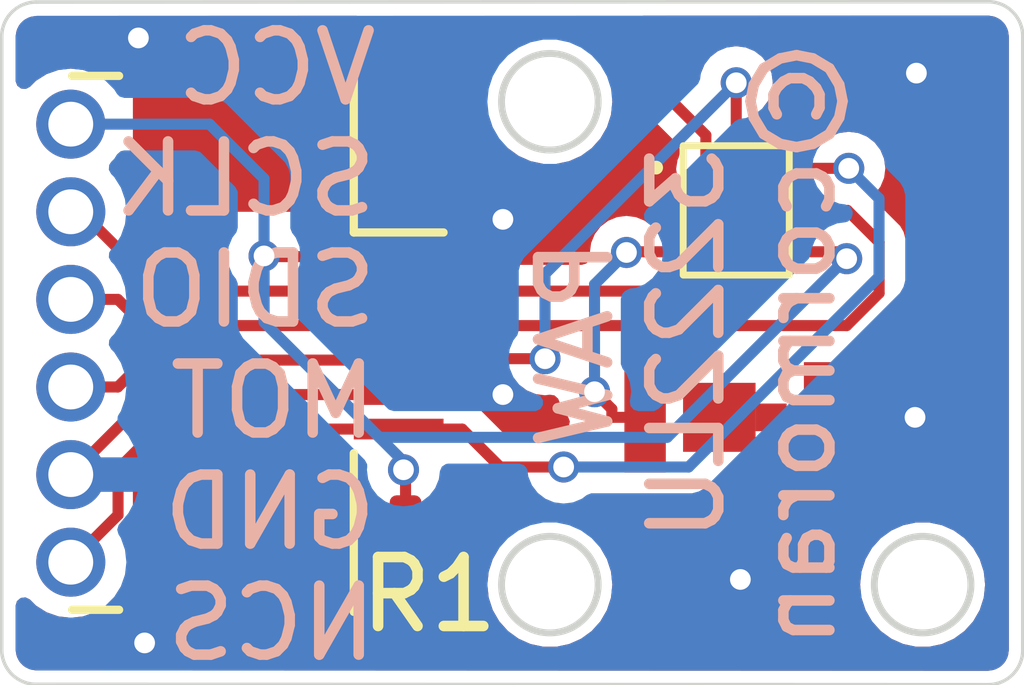
<source format=kicad_pcb>
(kicad_pcb (version 20240108) (generator "pcbnew") (generator_version "8.0")
  (layers (0 "F.Cu" signal) (31 "B.Cu" signal) (34 "B.Paste" user) (35 "F.Paste" user) (36 "B.SilkS" user "B.Silkscreen") (37 "F.SilkS" user "F.Silkscreen") (38 "B.Mask" user) (39 "F.Mask" user) (44 "Edge.Cuts" user))
  (net 0 "")
  (net 1 "GND")
  (net 2 "Net-(U1-VDDA)")
  (net 3 "Net-(D1-K)")
  (net 4 "Net-(D1-A)")
  (net 5 "SDIO")
  (net 6 "VCC 3.3V")
  (net 7 "NCS")
  (net 8 "MOTION")
  (net 9 "SCLK")
  (footprint "Capacitor_SMD:C_0201_0603Metric" (layer "F.Cu") (at 42.9 33.84 180)
    (property "Reference" "C3" (hide yes))
    (property "Value" "4.7uF" (hide yes))
    (pad "1" smd roundrect (at -0.32 0 180) (size 0.46 0.4) (layers "F.Cu" "F.Mask") (net 2 "Net-(U1-VDDA)"))
    (pad "2" smd roundrect (at 0.32 0 180) (size 0.46 0.4) (layers "F.Cu" "F.Mask") (net 1 "GND"))
  )
  (footprint "Resistor_SMD:R_0201_0603Metric" (layer "F.Cu") (at 42.93 40.3 180)
    (property "Reference" "R1" (at -0.02 -1.24 0) (layer "F.SilkS") (effects (font (thickness 0.153))))
    (property "Value" "33Ω" (hide yes))
    (pad "1" smd roundrect (at -0.32 0 180) (size 0.46 0.4) (layers "F.Cu" "F.Mask") (net 4 "Net-(D1-A)"))
    (pad "2" smd roundrect (at 0.32 0 180) (size 0.46 0.4) (layers "F.Cu" "F.Mask") (net 6 "VCC 3.3V"))
  )
  (footprint "Connector_PinHeader_1.27mm:PinHeader_1x06_P1.27mm_Vertical" (layer "F.Cu") (at 37.76 34.72)
    (property "Reference" "J4" (hide yes))
    (property "Value" "Conn_01x06_Socket" (hide yes))
    (pad "1" thru_hole circle (at 0 0) (size 1 1) (drill 0.65) (layers "*.Cu" "*.Mask") (net 6 "VCC 3.3V"))
    (pad "2" thru_hole oval (at 0 1.27) (size 1 1) (drill 0.65) (layers "*.Cu" "*.Mask") (net 9 "SCLK"))
    (pad "3" thru_hole oval (at 0 2.54) (size 1 1) (drill 0.65) (layers "*.Cu" "*.Mask") (net 5 "SDIO"))
    (pad "4" thru_hole oval (at 0 3.81) (size 1 1) (drill 0.65) (layers "*.Cu" "*.Mask") (net 8 "MOTION"))
    (pad "5" thru_hole oval (at 0 5.08) (size 1 1) (drill 0.65) (layers "*.Cu" "*.Mask") (net 1 "GND"))
    (pad "6" thru_hole oval (at 0 6.35) (size 1 1) (drill 0.65) (layers "*.Cu" "*.Mask") (net 7 "NCS"))
  )
  (footprint "0_paw3222-breakout:LTE-C216-P-W" (layer "F.Cu") (at 47.38 38.97 90)
    (property "Reference" "D1" (hide yes))
    (property "Value" "IR LED LTE-C216-P-W" (hide yes))
    (fp_rect (start -0.5 -0.75) (end 0.5 0.3) (fill solid) (layer "F.Cu"))
    (fp_rect (start -0.2 0.3) (end 0.2 0.75) (fill solid) (layer "F.Cu"))
    (pad "1" smd rect (at 0 -1.3 90) (size 1.6 0.6) (layers "F.Cu" "F.Paste" "F.Mask") (net 3 "Net-(D1-K)"))
    (pad "2" smd rect (at 0 1.3 90) (size 1.6 0.6) (layers "F.Cu" "F.Paste" "F.Mask") (net 4 "Net-(D1-A)"))
  )
  (footprint "Capacitor_SMD:C_0201_0603Metric" (layer "F.Cu") (at 42.91 34.75)
    (property "Reference" "C2" (hide yes))
    (property "Value" "10uF" (hide yes))
    (pad "1" smd roundrect (at -0.32 0) (size 0.46 0.4) (layers "F.Cu" "F.Mask") (net 6 "VCC 3.3V"))
    (pad "2" smd roundrect (at 0.32 0) (size 0.46 0.4) (layers "F.Cu" "F.Mask") (net 1 "GND"))
  )
  (footprint "0_paw3222-breakout:PAW3222LU" (layer "F.Cu") (at 47.4 35.97)
    (property "Reference" "U1" (hide yes))
    (property "Value" "PAW3220LU" (hide yes))
    (fp_rect (start -0.7683 -0.9378) (end 0.7683 0.9378) (stroke (width 0.1)) (fill none) (layer "F.SilkS"))
    (fp_circle (center -1.16 -0.62) (end -1.06 -0.62) (fill solid) (layer "F.SilkS"))
    (fp_circle (center -2.7 -1.575) (end -2 -1.575) (stroke (width 0.1)) (fill none) (layer "Edge.Cuts"))
    (fp_circle (center -2.7 5.425) (end -2 5.425) (stroke (width 0.1)) (fill none) (layer "Edge.Cuts"))
    (fp_circle (center 2.7 5.425) (end 3.4 5.425) (stroke (width 0.1)) (fill none) (layer "Edge.Cuts"))
    (pad "A1" smd circle (at -0.44 -0.6) (size 0.25 0.25) (layers "F.Cu" "F.Paste" "F.Mask") (net 2 "Net-(U1-VDDA)"))
    (pad "A3" smd circle (at 0.44 -0.6) (size 0.25 0.25) (layers "F.Cu" "F.Paste" "F.Mask") (net 7 "NCS"))
    (pad "B2" smd circle (at 0 -0.3) (size 0.25 0.25) (layers "F.Cu" "F.Paste" "F.Mask") (net 8 "MOTION"))
    (pad "C1" smd circle (at -0.44 0) (size 0.25 0.25) (layers "F.Cu" "F.Paste" "F.Mask") (net 1 "GND"))
    (pad "C3" smd circle (at 0.44 0) (size 0.25 0.25) (layers "F.Cu" "F.Paste" "F.Mask") (net 5 "SDIO"))
    (pad "D2" smd circle (at 0 0.3) (size 0.25 0.25) (layers "F.Cu" "F.Paste" "F.Mask") (net 9 "SCLK"))
    (pad "E1" smd circle (at -0.44 0.6) (size 0.25 0.25) (layers "F.Cu" "F.Paste" "F.Mask") (net 3 "Net-(D1-K)"))
    (pad "E3" smd circle (at 0.44 0.6) (size 0.25 0.25) (layers "F.Cu" "F.Paste" "F.Mask") (net 6 "VCC 3.3V"))
  )
  (footprint "Capacitor_SMD:C_0201_0603Metric" (layer "F.Cu") (at 42.91 35.64)
    (property "Reference" "C1" (hide yes))
    (property "Value" "0.1uF" (hide yes))
    (pad "1" smd roundrect (at -0.32 0) (size 0.46 0.4) (layers "F.Cu" "F.Mask") (net 6 "VCC 3.3V"))
    (pad "2" smd roundrect (at 0.32 0) (size 0.46 0.4) (layers "F.Cu" "F.Mask") (net 1 "GND"))
  )
  (footprint "Connector_FFC-FPC:Jushuo_AFC07-S06FCA-00_1x6-1MP_P0.50_Horizontal" (layer "F.Cu") (at 40.91 37.89 -90)
    (property "Reference" "J1" (hide yes))
    (property "Value" "Conn_01x06_Pin" (hide yes))
    (fp_line (start -3.87 2.45) (end -3.87 3.13) (stroke (width 0.12)) (layer "F.SilkS"))
    (fp_line (start 3.87 2.45) (end 3.87 3.13) (stroke (width 0.12)) (layer "F.SilkS"))
    (fp_line (start -1.6 -0.95) (end -3.9 -0.95) (stroke (width 0.12)) (layer "F.SilkS"))
    (fp_line (start -1.6 -0.95) (end -1.6 -2.25) (stroke (width 0.12)) (layer "F.SilkS"))
    (fp_line (start 1.6 -0.95) (end 3.9 -0.95) (stroke (width 0.12)) (layer "F.SilkS"))
    (pad "1" smd rect (at -1.25 -1.6 270) (size 0.3 1.3) (layers "F.Cu" "F.Paste" "F.Mask") (net 6 "VCC 3.3V"))
    (pad "2" smd rect (at -0.75 -1.6 270) (size 0.3 1.3) (layers "F.Cu" "F.Paste" "F.Mask") (net 9 "SCLK"))
    (pad "3" smd rect (at -0.25 -1.6 270) (size 0.3 1.3) (layers "F.Cu" "F.Paste" "F.Mask") (net 5 "SDIO"))
    (pad "4" smd rect (at 0.25 -1.6 270) (size 0.3 1.3) (layers "F.Cu" "F.Paste" "F.Mask") (net 8 "MOTION"))
    (pad "5" smd rect (at 0.75 -1.6 270) (size 0.3 1.3) (layers "F.Cu" "F.Paste" "F.Mask") (net 1 "GND"))
    (pad "6" smd rect (at 1.25 -1.6 270) (size 0.3 1.3) (layers "F.Cu" "F.Paste" "F.Mask") (net 7 "NCS"))
    (pad "MP" smd rect (at -2.9 0.75 270) (size 2 3) (layers "F.Cu" "F.Paste" "F.Mask"))
    (pad "MP" smd rect (at 2.9 0.75 270) (size 2 3) (layers "F.Cu" "F.Paste" "F.Mask"))
  )
  (gr_arc (start 51.55 42.345) (mid 51.403553 42.698553) (end 51.05 42.845) (stroke (width 0.05)) (layer "Edge.Cuts"))
  (gr_arc (start 51.05 32.945) (mid 51.403553 33.091447) (end 51.55 33.445) (stroke (width 0.05)) (layer "Edge.Cuts"))
  (gr_arc (start 36.76 33.45) (mid 36.906447 33.096447) (end 37.26 32.95) (stroke (width 0.05)) (layer "Edge.Cuts"))
  (gr_line (start 51.55 42.345) (end 51.55 33.445) (stroke (width 0.05)) (layer "Edge.Cuts"))
  (gr_line (start 36.76 33.45) (end 36.76 42.34) (stroke (width 0.05)) (layer "Edge.Cuts"))
  (gr_line (start 51.05 32.945) (end 37.26 32.95) (stroke (width 0.05)) (layer "Edge.Cuts"))
  (gr_line (start 37.26 42.84) (end 51.05 42.845) (stroke (width 0.05)) (layer "Edge.Cuts"))
  (gr_arc (start 37.26 42.84) (mid 36.906447 42.693553) (end 36.76 42.34) (stroke (width 0.05)) (layer "Edge.Cuts"))
  (gr_text "VCC\nSCLK\nSDIO\nMOT\nGND\nNCS" (at 42.27 42.54 0) (layer "B.SilkS") (effects (font (size 1 1) (thickness 0.153)) (justify left bottom mirror)))
  (gr_text "PAW\n3222LU\n©cormoran" (at 48.88 37.91 90) (layer "B.SilkS") (effects (font (size 1 1) (thickness 0.153)) (justify bottom mirror)))
  (segment (start 46.96 35.97) (end 46.75 35.76) (width 0.16) (layer "F.Cu") (net 1))
  (segment (start 43.23 35.64) (end 43.56 35.64) (width 0.16) (layer "F.Cu") (net 1))
  (segment (start 38.92 38.64) (end 37.76 39.8) (width 0.16) (layer "F.Cu") (net 1))
  (segment (start 43.23 35.64) (end 43.23 34.75) (width 0.16) (layer "F.Cu") (net 1))
  (segment (start 42.58 33.98) (end 42.58 33.84) (width 0.16) (layer "F.Cu") (net 1))
  (segment (start 43.35 35.76) (end 43.23 35.64) (width 0.16) (layer "F.Cu") (net 1))
  (segment (start 44.02 38.64) (end 42.51 38.64) (width 0.16) (layer "F.Cu") (net 1))
  (segment (start 43.23 34.63) (end 42.58 33.98) (width 0.16) (layer "F.Cu") (net 1))
  (segment (start 43.23 34.75) (end 43.23 34.63) (width 0.16) (layer "F.Cu") (net 1))
  (segment (start 46.75 35.76) (end 43.35 35.76) (width 0.16) (layer "F.Cu") (net 1))
  (segment (start 43.56 35.64) (end 44.02 36.1) (width 0.16) (layer "F.Cu") (net 1))
  (segment (start 42.51 38.64) (end 38.92 38.64) (width 0.16) (layer "F.Cu") (net 1))
  (via micro (at 47.46 41.32) (size 0.45) (drill 0.3) (layers "F.Cu" "B.Cu") (net 1))
  (via micro (at 50.01 33.98) (size 0.45) (drill 0.3) (layers "F.Cu" "B.Cu") (net 1))
  (via micro (at 49.99 38.97) (size 0.45) (drill 0.3) (layers "F.Cu" "B.Cu") (net 1))
  (via micro (at 44.02 36.1) (size 0.45) (drill 0.3) (layers "F.Cu" "B.Cu") (net 1))
  (via micro (at 38.83 42.24) (size 0.45) (drill 0.3) (layers "F.Cu" "B.Cu") (net 1))
  (via micro (at 38.74 33.47) (size 0.45) (drill 0.3) (layers "F.Cu" "B.Cu") (net 1))
  (via micro (at 44.02 38.64) (size 0.45) (drill 0.3) (layers "F.Cu" "B.Cu") (net 1))
  (segment (start 44.02 38.64) (end 44.02 36.1) (width 0.16) (layer "B.Cu") (net 1))
  (segment (start 43.654663 33.405337) (end 45.485337 33.405337) (width 0.16) (layer "F.Cu") (net 2))
  (segment (start 43.22 33.84) (end 43.654663 33.405337) (width 0.16) (layer "F.Cu") (net 2))
  (segment (start 45.485337 33.405337) (end 46.96 34.88) (width 0.16) (layer "F.Cu") (net 2))
  (segment (start 46.96 34.88) (end 46.96 35.37) (width 0.16) (layer "F.Cu") (net 2))
  (segment (start 45.82 36.57) (end 46.96 36.57) (width 0.16) (layer "F.Cu") (net 3))
  (segment (start 45.5983 38.8498) (end 45.5983 38.97) (width 0.16) (layer "F.Cu") (net 3))
  (segment (start 45.3474 38.5989) (end 45.5983 38.8498) (width 0.16) (layer "F.Cu") (net 3))
  (segment (start 46.08 38.97) (end 45.5983 38.97) (width 0.16) (layer "F.Cu") (net 3))
  (segment (start 45.81 36.58) (end 45.82 36.57) (width 0.16) (layer "F.Cu") (net 3))
  (via micro (at 45.3474 38.5989) (size 0.45) (drill 0.3) (layers "F.Cu" "B.Cu") (net 3))
  (via micro (at 45.81 36.58) (size 0.45) (drill 0.3) (layers "F.Cu" "B.Cu") (net 3))
  (segment (start 45.3474 37.0426) (end 45.3474 38.5989) (width 0.16) (layer "B.Cu") (net 3))
  (segment (start 45.81 36.58) (end 45.3474 37.0426) (width 0.16) (layer "B.Cu") (net 3))
  (segment (start 48.68 38.97) (end 48.68 39.78) (width 0.16) (layer "F.Cu") (net 4))
  (segment (start 48.16 40.3) (end 43.25 40.3) (width 0.16) (layer "F.Cu") (net 4))
  (segment (start 48.68 39.78) (end 48.16 40.3) (width 0.16) (layer "F.Cu") (net 4))
  (segment (start 38.4417 37.26) (end 38.8217 37.64) (width 0.16) (layer "F.Cu") (net 5))
  (segment (start 49.47 36.43) (end 49.01 35.97) (width 0.16) (layer "F.Cu") (net 5))
  (segment (start 49.47 37.17) (end 49.47 36.43) (width 0.16) (layer "F.Cu") (net 5))
  (segment (start 49 37.64) (end 49.47 37.17) (width 0.16) (layer "F.Cu") (net 5))
  (segment (start 37.76 37.26) (end 38.4417 37.26) (width 0.16) (layer "F.Cu") (net 5))
  (segment (start 38.8217 37.64) (end 42.51 37.64) (width 0.16) (layer "F.Cu") (net 5))
  (segment (start 42.51 37.64) (end 49 37.64) (width 0.16) (layer "F.Cu") (net 5))
  (segment (start 49.01 35.97) (end 47.84 35.97) (width 0.16) (layer "F.Cu") (net 5))
  (segment (start 37.76 34.72) (end 37.76 34.5647) (width 0.16) (layer "F.Cu") (net 6))
  (segment (start 42.58 39.73) (end 42.61 39.76) (width 0.16) (layer "F.Cu") (net 6))
  (segment (start 43.3417 36.3917) (end 42.59 35.64) (width 0.16) (layer "F.Cu") (net 6))
  (segment (start 42.61 39.76) (end 42.61 40.3) (width 0.16) (layer "F.Cu") (net 6))
  (segment (start 40.56 36.63) (end 40.57 36.64) (width 0.16) (layer "F.Cu") (net 6))
  (segment (start 42.59 34.6133) (end 42.59 34.75) (width 0.16) (layer "F.Cu") (net 6))
  (segment (start 42.59 35.64) (end 42.59 34.75) (width 0.16) (layer "F.Cu") (net 6))
  (segment (start 48.9 36.57) (end 47.84 36.57) (width 0.16) (layer "F.Cu") (net 6))
  (segment (start 40.57 36.64) (end 42.51 36.64) (width 0.16) (layer "F.Cu") (net 6))
  (segment (start 43.3417 36.64) (end 43.3417 36.3917) (width 0.16) (layer "F.Cu") (net 6))
  (segment (start 42.51 36.64) (end 43.3417 36.64) (width 0.16) (layer "F.Cu") (net 6))
  (segment (start 49 36.67) (end 48.9 36.57) (width 0.16) (layer "F.Cu") (net 6))
  (via micro (at 49 36.67) (size 0.45) (drill 0.3) (layers "F.Cu" "B.Cu") (net 6))
  (via micro (at 42.58 39.73) (size 0.45) (drill 0.3) (layers "F.Cu" "B.Cu") (net 6))
  (via micro (at 40.56 36.63) (size 0.45) (drill 0.3) (layers "F.Cu" "B.Cu") (net 6))
  (segment (start 42.23 39.26) (end 42.0419 39.0719) (width 0.16) (layer "B.Cu") (net 6))
  (segment (start 39.77 34.72) (end 40.56 35.51) (width 0.16) (layer "B.Cu") (net 6))
  (segment (start 40.56 37.52) (end 40.56 37.59) (width 0.16) (layer "B.Cu") (net 6))
  (segment (start 46.4 39.26) (end 42.23 39.26) (width 0.16) (layer "B.Cu") (net 6))
  (segment (start 40.56 35.51) (end 40.56 37.52) (width 0.16) (layer "B.Cu") (net 6))
  (segment (start 42.58 39.61) (end 42.0419 39.0719) (width 0.16) (layer "B.Cu") (net 6))
  (segment (start 49 36.67) (end 48.99 36.67) (width 0.16) (layer "B.Cu") (net 6))
  (segment (start 40.56 36.63) (end 40.56 37.52) (width 0.16) (layer "B.Cu") (net 6))
  (segment (start 48.99 36.67) (end 46.4 39.26) (width 0.16) (layer "B.Cu") (net 6))
  (segment (start 37.76 34.72) (end 39.77 34.72) (width 0.16) (layer "B.Cu") (net 6))
  (segment (start 40.56 37.59) (end 42.0419 39.0719) (width 0.16) (layer "B.Cu") (net 6))
  (segment (start 42.58 39.73) (end 42.58 39.61) (width 0.16) (layer "B.Cu") (net 6))
  (segment (start 43.98 39.69) (end 43.43 39.14) (width 0.16) (layer "F.Cu") (net 7))
  (segment (start 44.9 39.69) (end 43.98 39.69) (width 0.16) (layer "F.Cu") (net 7))
  (segment (start 43.43 39.14) (end 42.51 39.14) (width 0.16) (layer "F.Cu") (net 7))
  (segment (start 49.03 35.36) (end 47.85 35.36) (width 0.16) (layer "F.Cu") (net 7))
  (segment (start 38.4452 40.3848) (end 38.4452 39.7207) (width 0.16) (layer "F.Cu") (net 7))
  (segment (start 37.76 41.07) (end 38.4452 40.3848) (width 0.16) (layer "F.Cu") (net 7))
  (segment (start 38.4452 39.7207) (end 39.0259 39.14) (width 0.16) (layer "F.Cu") (net 7))
  (segment (start 47.85 35.36) (end 47.84 35.37) (width 0.16) (layer "F.Cu") (net 7))
  (segment (start 39.0259 39.14) (end 42.51 39.14) (width 0.16) (layer "F.Cu") (net 7))
  (via micro (at 49.03 35.36) (size 0.45) (drill 0.3) (layers "F.Cu" "B.Cu") (net 7))
  (via micro (at 44.9 39.69) (size 0.45) (drill 0.3) (layers "F.Cu" "B.Cu") (net 7))
  (segment (start 44.9 39.69) (end 46.71 39.69) (width 0.16) (layer "B.Cu") (net 7))
  (segment (start 49.468664 36.931336) (end 49.468664 35.798664) (width 0.16) (layer "B.Cu") (net 7))
  (segment (start 46.71 39.69) (end 49.468664 36.931336) (width 0.16) (layer "B.Cu") (net 7))
  (segment (start 49.468664 35.798664) (end 49.03 35.36) (width 0.16) (layer "B.Cu") (net 7))
  (segment (start 37.7602 38.53) (end 37.7603 38.53) (width 0.16) (layer "F.Cu") (net 8))
  (segment (start 37.7605 38.53) (end 37.761 38.53) (width 0.16) (layer "F.Cu") (net 8))
  (segment (start 38.0061 38.53) (end 38.4417 38.53) (width 0.16) (layer "F.Cu") (net 8))
  (segment (start 37.7754 38.53) (end 37.7908 38.53) (width 0.16) (layer "F.Cu") (net 8))
  (segment (start 37.8216 38.53) (end 37.8831 38.53) (width 0.16) (layer "F.Cu") (net 8))
  (segment (start 37.7603 38.53) (end 37.7605 38.53) (width 0.16) (layer "F.Cu") (net 8))
  (segment (start 47.4 35.67) (end 47.4 34.12) (width 0.16) (layer "F.Cu") (net 8))
  (segment (start 37.8831 38.53) (end 38.0061 38.53) (width 0.16) (layer "F.Cu") (net 8))
  (segment (start 37.761 38.53) (end 37.762 38.53) (width 0.16) (layer "F.Cu") (net 8))
  (segment (start 37.7639 38.53) (end 37.7677 38.53) (width 0.16) (layer "F.Cu") (net 8))
  (segment (start 37.7908 38.53) (end 37.8216 38.53) (width 0.16) (layer "F.Cu") (net 8))
  (segment (start 37.76 38.53) (end 37.7601 38.53) (width 0.16) (layer "F.Cu") (net 8))
  (segment (start 37.7601 38.53) (end 37.7602 38.53) (width 0.16) (layer "F.Cu") (net 8))
  (segment (start 44.63 38.12) (end 42.53 38.12) (width 0.16) (layer "F.Cu") (net 8))
  (segment (start 38.8317 38.14) (end 42.51 38.14) (width 0.16) (layer "F.Cu") (net 8))
  (segment (start 37.7677 38.53) (end 37.7754 38.53) (width 0.16) (layer "F.Cu") (net 8))
  (segment (start 42.53 38.12) (end 42.51 38.14) (width 0.16) (layer "F.Cu") (net 8))
  (segment (start 37.762 38.53) (end 37.7639 38.53) (width 0.16) (layer "F.Cu") (net 8))
  (segment (start 38.4417 38.53) (end 38.8317 38.14) (width 0.16) (layer "F.Cu") (net 8))
  (via micro (at 44.63 38.12) (size 0.45) (drill 0.3) (layers "F.Cu" "B.Cu") (net 8))
  (via micro (at 47.4 34.12) (size 0.45) (drill 0.3) (layers "F.Cu" "B.Cu") (net 8))
  (segment (start 44.63 36.89) (end 47.4 34.12) (width 0.16) (layer "B.Cu") (net 8))
  (segment (start 44.63 38.12) (end 44.63 36.89) (width 0.16) (layer "B.Cu") (net 8))
  (segment (start 47.4 36.92) (end 47.18 37.14) (width 0.16) (layer "F.Cu") (net 9))
  (segment (start 37.91 35.99) (end 39.06 37.14) (width 0.16) (layer "F.Cu") (net 9))
  (segment (start 47.18 37.14) (end 42.51 37.14) (width 0.16) (layer "F.Cu") (net 9))
  (segment (start 47.4 36.27) (end 47.4 36.92) (width 0.16) (layer "F.Cu") (net 9))
  (segment (start 37.76 35.99) (end 37.91 35.99) (width 0.16) (layer "F.Cu") (net 9))
  (segment (start 39.06 37.14) (end 42.51 37.14) (width 0.16) (layer "F.Cu") (net 9))
  (zone (net 1) (net_name "GND") (layer "F.Cu") (priority 1) (connect_pads (clearance 0.3)) (min_thickness 0.25) (fill yes (thermal_gap 0.5) (thermal_bridge_width 0.5))
    (polygon (pts (xy 51.55 32.95) (xy 51.53 42.83) (xy 36.76 42.84) (xy 36.78 32.94)))
  )
  (zone (net 1) (net_name "GND") (layer "B.Cu") (connect_pads (clearance 0.3)) (min_thickness 0.25) (fill yes (thermal_gap 0.5) (thermal_bridge_width 0.5))
    (polygon (pts (xy 36.78 32.94) (xy 51.55 32.94) (xy 51.53 42.83) (xy 36.76 42.84)))
  )
)
</source>
